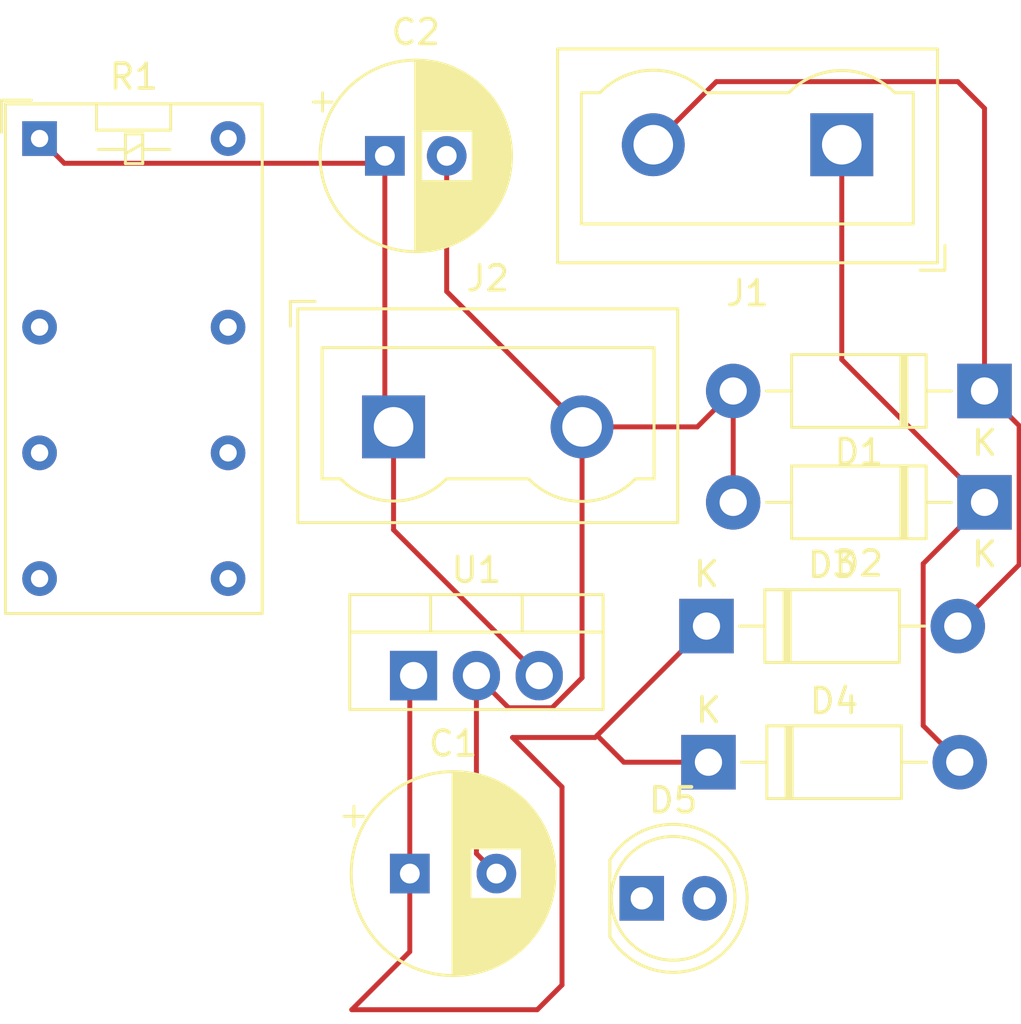
<source format=kicad_pcb>
(kicad_pcb (version 20240108) (generator "pcbnew") (generator_version "8.0")
  (layers (0 "F.Cu" signal) (31 "B.Cu" signal) (34 "B.Paste" user) (35 "F.Paste" user) (36 "B.SilkS" user "B.Silkscreen") (37 "F.SilkS" user "F.Silkscreen") (38 "B.Mask" user) (39 "F.Mask" user) (44 "Edge.Cuts" user))
  (net 0 "")
  (net 1 "Net-(D3-K)")
  (net 2 "Net-(D1-A)")
  (net 3 "Net-(J2-Pin_1)")
  (net 4 "Net-(D1-K)")
  (net 5 "Net-(D2-K)")
  (net 6 "Net-(D5-A)")
  (footprint "Capacitor_THT:CP_Radial_D7.5mm_P2.50mm" (layer "F.Cu") (at 122.838606 68.5)
    (property "Reference" "C2" (at 1.25 -5 0) (layer "F.SilkS"))
    (property "Value" "100 uf")
    (fp_line (start -2.892211 -2.175) (end -2.142211 -2.175) (stroke (width 0.12)) (layer "F.SilkS"))
    (fp_line (start -2.517211 -2.55) (end -2.517211 -1.8) (stroke (width 0.12)) (layer "F.SilkS"))
    (fp_line (start 1.25 -3.83) (end 1.25 3.83) (stroke (width 0.12)) (layer "F.SilkS"))
    (fp_line (start 1.29 -3.83) (end 1.29 3.83) (stroke (width 0.12)) (layer "F.SilkS"))
    (fp_line (start 1.33 -3.83) (end 1.33 3.83) (stroke (width 0.12)) (layer "F.SilkS"))
    (fp_line (start 1.37 -3.829) (end 1.37 3.829) (stroke (width 0.12)) (layer "F.SilkS"))
    (fp_line (start 1.41 -3.827) (end 1.41 3.827) (stroke (width 0.12)) (layer "F.SilkS"))
    (fp_line (start 1.45 -3.825) (end 1.45 3.825) (stroke (width 0.12)) (layer "F.SilkS"))
    (fp_line (start 1.49 -3.823) (end 1.49 -1.04) (stroke (width 0.12)) (layer "F.SilkS"))
    (fp_line (start 1.49 1.04) (end 1.49 3.823) (stroke (width 0.12)) (layer "F.SilkS"))
    (fp_line (start 1.53 -3.82) (end 1.53 -1.04) (stroke (width 0.12)) (layer "F.SilkS"))
    (fp_line (start 1.53 1.04) (end 1.53 3.82) (stroke (width 0.12)) (layer "F.SilkS"))
    (fp_line (start 1.57 -3.817) (end 1.57 -1.04) (stroke (width 0.12)) (layer "F.SilkS"))
    (fp_line (start 1.57 1.04) (end 1.57 3.817) (stroke (width 0.12)) (layer "F.SilkS"))
    (fp_line (start 1.61 -3.814) (end 1.61 -1.04) (stroke (width 0.12)) (layer "F.SilkS"))
    (fp_line (start 1.61 1.04) (end 1.61 3.814) (stroke (width 0.12)) (layer "F.SilkS"))
    (fp_line (start 1.65 -3.81) (end 1.65 -1.04) (stroke (width 0.12)) (layer "F.SilkS"))
    (fp_line (start 1.65 1.04) (end 1.65 3.81) (stroke (width 0.12)) (layer "F.SilkS"))
    (fp_line (start 1.69 -3.805) (end 1.69 -1.04) (stroke (width 0.12)) (layer "F.SilkS"))
    (fp_line (start 1.69 1.04) (end 1.69 3.805) (stroke (width 0.12)) (layer "F.SilkS"))
    (fp_line (start 1.73 -3.801) (end 1.73 -1.04) (stroke (width 0.12)) (layer "F.SilkS"))
    (fp_line (start 1.73 1.04) (end 1.73 3.801) (stroke (width 0.12)) (layer "F.SilkS"))
    (fp_line (start 1.77 -3.795) (end 1.77 -1.04) (stroke (width 0.12)) (layer "F.SilkS"))
    (fp_line (start 1.77 1.04) (end 1.77 3.795) (stroke (width 0.12)) (layer "F.SilkS"))
    (fp_line (start 1.81 -3.79) (end 1.81 -1.04) (stroke (width 0.12)) (layer "F.SilkS"))
    (fp_line (start 1.81 1.04) (end 1.81 3.79) (stroke (width 0.12)) (layer "F.SilkS"))
    (fp_line (start 1.85 -3.784) (end 1.85 -1.04) (stroke (width 0.12)) (layer "F.SilkS"))
    (fp_line (start 1.85 1.04) (end 1.85 3.784) (stroke (width 0.12)) (layer "F.SilkS"))
    (fp_line (start 1.89 -3.777) (end 1.89 -1.04) (stroke (width 0.12)) (layer "F.SilkS"))
    (fp_line (start 1.89 1.04) (end 1.89 3.777) (stroke (width 0.12)) (layer "F.SilkS"))
    (fp_line (start 1.93 -3.77) (end 1.93 -1.04) (stroke (width 0.12)) (layer "F.SilkS"))
    (fp_line (start 1.93 1.04) (end 1.93 3.77) (stroke (width 0.12)) (layer "F.SilkS"))
    (fp_line (start 1.971 -3.763) (end 1.971 -1.04) (stroke (width 0.12)) (layer "F.SilkS"))
    (fp_line (start 1.971 1.04) (end 1.971 3.763) (stroke (width 0.12)) (layer "F.SilkS"))
    (fp_line (start 2.011 -3.755) (end 2.011 -1.04) (stroke (width 0.12)) (layer "F.SilkS"))
    (fp_line (start 2.011 1.04) (end 2.011 3.755) (stroke (width 0.12)) (layer "F.SilkS"))
    (fp_line (start 2.051 -3.747) (end 2.051 -1.04) (stroke (width 0.12)) (layer "F.SilkS"))
    (fp_line (start 2.051 1.04) (end 2.051 3.747) (stroke (width 0.12)) (layer "F.SilkS"))
    (fp_line (start 2.091 -3.738) (end 2.091 -1.04) (stroke (width 0.12)) (layer "F.SilkS"))
    (fp_line (start 2.091 1.04) (end 2.091 3.738) (stroke (width 0.12)) (layer "F.SilkS"))
    (fp_line (start 2.131 -3.729) (end 2.131 -1.04) (stroke (width 0.12)) (layer "F.SilkS"))
    (fp_line (start 2.131 1.04) (end 2.131 3.729) (stroke (width 0.12)) (layer "F.SilkS"))
    (fp_line (start 2.171 -3.72) (end 2.171 -1.04) (stroke (width 0.12)) (layer "F.SilkS"))
    (fp_line (start 2.171 1.04) (end 2.171 3.72) (stroke (width 0.12)) (layer "F.SilkS"))
    (fp_line (start 2.211 -3.71) (end 2.211 -1.04) (stroke (width 0.12)) (layer "F.SilkS"))
    (fp_line (start 2.211 1.04) (end 2.211 3.71) (stroke (width 0.12)) (layer "F.SilkS"))
    (fp_line (start 2.251 -3.699) (end 2.251 -1.04) (stroke (width 0.12)) (layer "F.SilkS"))
    (fp_line (start 2.251 1.04) (end 2.251 3.699) (stroke (width 0.12)) (layer "F.SilkS"))
    (fp_line (start 2.291 -3.688) (end 2.291 -1.04) (stroke (width 0.12)) (layer "F.SilkS"))
    (fp_line (start 2.291 1.04) (end 2.291 3.688) (stroke (width 0.12)) (layer "F.SilkS"))
    (fp_line (start 2.331 -3.677) (end 2.331 -1.04) (stroke (width 0.12)) (layer "F.SilkS"))
    (fp_line (start 2.331 1.04) (end 2.331 3.677) (stroke (width 0.12)) (layer "F.SilkS"))
    (fp_line (start 2.371 -3.665) (end 2.371 -1.04) (stroke (width 0.12)) (layer "F.SilkS"))
    (fp_line (start 2.371 1.04) (end 2.371 3.665) (stroke (width 0.12)) (layer "F.SilkS"))
    (fp_line (start 2.411 -3.653) (end 2.411 -1.04) (stroke (width 0.12)) (layer "F.SilkS"))
    (fp_line (start 2.411 1.04) (end 2.411 3.653) (stroke (width 0.12)) (layer "F.SilkS"))
    (fp_line (start 2.451 -3.64) (end 2.451 -1.04) (stroke (width 0.12)) (layer "F.SilkS"))
    (fp_line (start 2.451 1.04) (end 2.451 3.64) (stroke (width 0.12)) (layer "F.SilkS"))
    (fp_line (start 2.491 -3.626) (end 2.491 -1.04) (stroke (width 0.12)) (layer "F.SilkS"))
    (fp_line (start 2.491 1.04) (end 2.491 3.626) (stroke (width 0.12)) (layer "F.SilkS"))
    (fp_line (start 2.531 -3.613) (end 2.531 -1.04) (stroke (width 0.12)) (layer "F.SilkS"))
    (fp_line (start 2.531 1.04) (end 2.531 3.613) (stroke (width 0.12)) (layer "F.SilkS"))
    (fp_line (start 2.571 -3.598) (end 2.571 -1.04) (stroke (width 0.12)) (layer "F.SilkS"))
    (fp_line (start 2.571 1.04) (end 2.571 3.598) (stroke (width 0.12)) (layer "F.SilkS"))
    (fp_line (start 2.611 -3.584) (end 2.611 -1.04) (stroke (width 0.12)) (layer "F.SilkS"))
    (fp_line (start 2.611 1.04) (end 2.611 3.584) (stroke (width 0.12)) (layer "F.SilkS"))
    (fp_line (start 2.651 -3.568) (end 2.651 -1.04) (stroke (width 0.12)) (layer "F.SilkS"))
    (fp_line (start 2.651 1.04) (end 2.651 3.568) (stroke (width 0.12)) (layer "F.SilkS"))
    (fp_line (start 2.691 -3.553) (end 2.691 -1.04) (stroke (width 0.12)) (layer "F.SilkS"))
    (fp_line (start 2.691 1.04) (end 2.691 3.553) (stroke (width 0.12)) (layer "F.SilkS"))
    (fp_line (start 2.731 -3.536) (end 2.731 -1.04) (stroke (width 0.12)) (layer "F.SilkS"))
    (fp_line (start 2.731 1.04) (end 2.731 3.536) (stroke (width 0.12)) (layer "F.SilkS"))
    (fp_line (start 2.771 -3.52) (end 2.771 -1.04) (stroke (width 0.12)) (layer "F.SilkS"))
    (fp_line (start 2.771 1.04) (end 2.771 3.52) (stroke (width 0.12)) (layer "F.SilkS"))
    (fp_line (start 2.811 -3.502) (end 2.811 -1.04) (stroke (width 0.12)) (layer "F.SilkS"))
    (fp_line (start 2.811 1.04) (end 2.811 3.502) (stroke (width 0.12)) (layer "F.SilkS"))
    (fp_line (start 2.851 -3.484) (end 2.851 -1.04) (stroke (width 0.12)) (layer "F.SilkS"))
    (fp_line (start 2.851 1.04) (end 2.851 3.484) (stroke (width 0.12)) (layer "F.SilkS"))
    (fp_line (start 2.891 -3.466) (end 2.891 -1.04) (stroke (width 0.12)) (layer "F.SilkS"))
    (fp_line (start 2.891 1.04) (end 2.891 3.466) (stroke (width 0.12)) (layer "F.SilkS"))
    (fp_line (start 2.931 -3.447) (end 2.931 -1.04) (stroke (width 0.12)) (layer "F.SilkS"))
    (fp_line (start 2.931 1.04) (end 2.931 3.447) (stroke (width 0.12)) (layer "F.SilkS"))
    (fp_line (start 2.971 -3.427) (end 2.971 -1.04) (stroke (width 0.12)) (layer "F.SilkS"))
    (fp_line (start 2.971 1.04) (end 2.971 3.427) (stroke (width 0.12)) (layer "F.SilkS"))
    (fp_line (start 3.011 -3.407) (end 3.011 -1.04) (stroke (width 0.12)) (layer "F.SilkS"))
    (fp_line (start 3.011 1.04) (end 3.011 3.407) (stroke (width 0.12)) (layer "F.SilkS"))
    (fp_line (start 3.051 -3.386) (end 3.051 -1.04) (stroke (width 0.12)) (layer "F.SilkS"))
    (fp_line (start 3.051 1.04) (end 3.051 3.386) (stroke (width 0.12)) (layer "F.SilkS"))
    (fp_line (start 3.091 -3.365) (end 3.091 -1.04) (stroke (width 0.12)) (layer "F.SilkS"))
    (fp_line (start 3.091 1.04) (end 3.091 3.365) (stroke (width 0.12)) (layer "F.SilkS"))
    (fp_line (start 3.131 -3.343) (end 3.131 -1.04) (stroke (width 0.12)) (layer "F.SilkS"))
    (fp_line (start 3.131 1.04) (end 3.131 3.343) (stroke (width 0.12)) (layer "F.SilkS"))
    (fp_line (start 3.171 -3.321) (end 3.171 -1.04) (stroke (width 0.12)) (layer "F.SilkS"))
    (fp_line (start 3.171 1.04) (end 3.171 3.321) (stroke (width 0.12)) (layer "F.SilkS"))
    (fp_line (start 3.211 -3.297) (end 3.211 -1.04) (stroke (width 0.12)) (layer "F.SilkS"))
    (fp_line (start 3.211 1.04) (end 3.211 3.297) (stroke (width 0.12)) (layer "F.SilkS"))
    (fp_line (start 3.251 -3.274) (end 3.251 -1.04) (stroke (width 0.12)) (layer "F.SilkS"))
    (fp_line (start 3.251 1.04) (end 3.251 3.274) (stroke (width 0.12)) (layer "F.SilkS"))
    (fp_line (start 3.291 -3.249) (end 3.291 -1.04) (stroke (width 0.12)) (layer "F.SilkS"))
    (fp_line (start 3.291 1.04) (end 3.291 3.249) (stroke (width 0.12)) (layer "F.SilkS"))
    (fp_line (start 3.331 -3.224) (end 3.331 -1.04) (stroke (width 0.12)) (layer "F.SilkS"))
    (fp_line (start 3.331 1.04) (end 3.331 3.224) (stroke (width 0.12)) (layer "F.SilkS"))
    (fp_line (start 3.371 -3.198) (end 3.371 -1.04) (stroke (width 0.12)) (layer "F.SilkS"))
    (fp_line (start 3.371 1.04) (end 3.371 3.198) (stroke (width 0.12)) (layer "F.SilkS"))
    (fp_line (start 3.411 -3.172) (end 3.411 -1.04) (stroke (width 0.12)) (layer "F.SilkS"))
    (fp_line (start 3.411 1.04) (end 3.411 3.172) (stroke (width 0.12)) (layer "F.SilkS"))
    (fp_line (start 3.451 -3.144) (end 3.451 -1.04) (stroke (width 0.12)) (layer "F.SilkS"))
    (fp_line (start 3.451 1.04) (end 3.451 3.144) (stroke (width 0.12)) (layer "F.SilkS"))
    (fp_line (start 3.491 -3.116) (end 3.491 -1.04) (stroke (width 0.12)) (layer "F.SilkS"))
    (fp_line (start 3.491 1.04) (end 3.491 3.116) (stroke (width 0.12)) (layer "F.SilkS"))
    (fp_line (start 3.531 -3.088) (end 3.531 -1.04) (stroke (width 0.12)) (layer "F.SilkS"))
    (fp_line (start 3.531 1.04) (end 3.531 3.088) (stroke (width 0.12)) (layer "F.SilkS"))
    (fp_line (start 3.571 -3.058) (end 3.571 3.058) (stroke (width 0.12)) (layer "F.SilkS"))
    (fp_line (start 3.611 -3.028) (end 3.611 3.028) (stroke (width 0.12)) (layer "F.SilkS"))
    (fp_line (start 3.651 -2.996) (end 3.651 2.996) (stroke (width 0.12)) (layer "F.SilkS"))
    (fp_line (start 3.691 -2.964) (end 3.691 2.964) (stroke (width 0.12)) (layer "F.SilkS"))
    (fp_line (start 3.731 -2.931) (end 3.731 2.931) (stroke (width 0.12)) (layer "F.SilkS"))
    (fp_line (start 3.771 -2.898) (end 3.771 2.898) (stroke (width 0.12)) (layer "F.SilkS"))
    (fp_line (start 3.811 -2.863) (end 3.811 2.863) (stroke (width 0.12)) (layer "F.SilkS"))
    (fp_line (start 3.851 -2.827) (end 3.851 2.827) (stroke (width 0.12)) (layer "F.SilkS"))
    (fp_line (start 3.891 -2.79) (end 3.891 2.79) (stroke (width 0.12)) (layer "F.SilkS"))
    (fp_line (start 3.931 -2.752) (end 3.931 2.752) (stroke (width 0.12)) (layer "F.SilkS"))
    (fp_line (start 3.971 -2.713) (end 3.971 2.713) (stroke (width 0.12)) (layer "F.SilkS"))
    (fp_line (start 4.011 -2.673) (end 4.011 2.673) (stroke (width 0.12)) (layer "F.SilkS"))
    (fp_line (start 4.051 -2.632) (end 4.051 2.632) (stroke (width 0.12)) (layer "F.SilkS"))
    (fp_line (start 4.091 -2.589) (end 4.091 2.589) (stroke (width 0.12)) (layer "F.SilkS"))
    (fp_line (start 4.131 -2.546) (end 4.131 2.546) (stroke (width 0.12)) (layer "F.SilkS"))
    (fp_line (start 4.171 -2.5) (end 4.171 2.5) (stroke (width 0.12)) (layer "F.SilkS"))
    (fp_line (start 4.211 -2.454) (end 4.211 2.454) (stroke (width 0.12)) (layer "F.SilkS"))
    (fp_line (start 4.251 -2.405) (end 4.251 2.405) (stroke (width 0.12)) (layer "F.SilkS"))
    (fp_line (start 4.291 -2.355) (end 4.291 2.355) (stroke (width 0.12)) (layer "F.SilkS"))
    (fp_line (start 4.331 -2.304) (end 4.331 2.304) (stroke (width 0.12)) (layer "F.SilkS"))
    (fp_line (start 4.371 -2.25) (end 4.371 2.25) (stroke (width 0.12)) (layer "F.SilkS"))
    (fp_line (start 4.411 -2.195) (end 4.411 2.195) (stroke (width 0.12)) (layer "F.SilkS"))
    (fp_line (start 4.451 -2.137) (end 4.451 2.137) (stroke (width 0.12)) (layer "F.SilkS"))
    (fp_line (start 4.491 -2.077) (end 4.491 2.077) (stroke (width 0.12)) (layer "F.SilkS"))
    (fp_line (start 4.531 -2.014) (end 4.531 2.014) (stroke (width 0.12)) (layer "F.SilkS"))
    (fp_line (start 4.571 -1.949) (end 4.571 1.949) (stroke (width 0.12)) (layer "F.SilkS"))
    (fp_line (start 4.611 -1.881) (end 4.611 1.881) (stroke (width 0.12)) (layer "F.SilkS"))
    (fp_line (start 4.651 -1.809) (end 4.651 1.809) (stroke (width 0.12)) (layer "F.SilkS"))
    (fp_line (start 4.691 -1.733) (end 4.691 1.733) (stroke (width 0.12)) (layer "F.SilkS"))
    (fp_line (start 4.731 -1.654) (end 4.731 1.654) (stroke (width 0.12)) (layer "F.SilkS"))
    (fp_line (start 4.771 -1.569) (end 4.771 1.569) (stroke (width 0.12)) (layer "F.SilkS"))
    (fp_line (start 4.811 -1.478) (end 4.811 1.478) (stroke (width 0.12)) (layer "F.SilkS"))
    (fp_line (start 4.851 -1.381) (end 4.851 1.381) (stroke (width 0.12)) (layer "F.SilkS"))
    (fp_line (start 4.891 -1.275) (end 4.891 1.275) (stroke (width 0.12)) (layer "F.SilkS"))
    (fp_line (start 4.931 -1.158) (end 4.931 1.158) (stroke (width 0.12)) (layer "F.SilkS"))
    (fp_line (start 4.971 -1.028) (end 4.971 1.028) (stroke (width 0.12)) (layer "F.SilkS"))
    (fp_line (start 5.011 -0.877) (end 5.011 0.877) (stroke (width 0.12)) (layer "F.SilkS"))
    (fp_line (start 5.051 -0.693) (end 5.051 0.693) (stroke (width 0.12)) (layer "F.SilkS"))
    (fp_line (start 5.091 -0.441) (end 5.091 0.441) (stroke (width 0.12)) (layer "F.SilkS"))
    (fp_circle (center 1.25 0) (end 5.12 0) (stroke (width 0.12)) (fill none) (layer "F.SilkS"))
    (pad "1" thru_hole rect (at 0 0) (size 1.6 1.6) (drill 0.8) (layers "*.Cu" "*.Mask") (net 3 "Net-(J2-Pin_1)"))
    (pad "2" thru_hole circle (at 2.5 0) (size 1.6 1.6) (drill 0.8) (layers "*.Cu" "*.Mask") (net 2 "Net-(D1-A)"))
  )
  (footprint "Diode_THT:D_DO-41_SOD81_P10.16mm_Horizontal" (layer "F.Cu") (at 147.08 82.5 180)
    (property "Reference" "D2" (at 5.08 -2.47 360) (layer "F.SilkS"))
    (property "Value" "1N4007")
    (fp_line (start 8.82 0) (end 7.8 0) (stroke (width 0.12)) (layer "F.SilkS"))
    (fp_line (start 7.8 1.47) (end 7.8 -1.47) (stroke (width 0.12)) (layer "F.SilkS"))
    (fp_line (start 7.8 -1.47) (end 2.36 -1.47) (stroke (width 0.12)) (layer "F.SilkS"))
    (fp_line (start 3.38 -1.47) (end 3.38 1.47) (stroke (width 0.12)) (layer "F.SilkS"))
    (fp_line (start 3.26 -1.47) (end 3.26 1.47) (stroke (width 0.12)) (layer "F.SilkS"))
    (fp_line (start 3.14 -1.47) (end 3.14 1.47) (stroke (width 0.12)) (layer "F.SilkS"))
    (fp_line (start 2.36 1.47) (end 7.8 1.47) (stroke (width 0.12)) (layer "F.SilkS"))
    (fp_line (start 2.36 -1.47) (end 2.36 1.47) (stroke (width 0.12)) (layer "F.SilkS"))
    (fp_line (start 1.34 0) (end 2.36 0) (stroke (width 0.12)) (layer "F.SilkS"))
    (fp_text user "K" (at 0 -2.1 360) (layer "F.SilkS"))
    (pad "1" thru_hole rect (at 0 0 180) (size 2.2 2.2) (drill 1.1) (layers "*.Cu" "*.Mask") (net 5 "Net-(D2-K)"))
    (pad "2" thru_hole oval (at 10.16 0 180) (size 2.2 2.2) (drill 1.1) (layers "*.Cu" "*.Mask") (net 2 "Net-(D1-A)"))
  )
  (footprint "Diode_THT:D_DO-41_SOD81_P10.16mm_Horizontal" (layer "F.Cu") (at 135.92 93)
    (property "Reference" "D4" (at 5.08 -2.47 0) (layer "F.SilkS"))
    (property "Value" "1N4007")
    (fp_line (start 1.34 0) (end 2.36 0) (stroke (width 0.12)) (layer "F.SilkS"))
    (fp_line (start 2.36 -1.47) (end 2.36 1.47) (stroke (width 0.12)) (layer "F.SilkS"))
    (fp_line (start 2.36 1.47) (end 7.8 1.47) (stroke (width 0.12)) (layer "F.SilkS"))
    (fp_line (start 3.14 -1.47) (end 3.14 1.47) (stroke (width 0.12)) (layer "F.SilkS"))
    (fp_line (start 3.26 -1.47) (end 3.26 1.47) (stroke (width 0.12)) (layer "F.SilkS"))
    (fp_line (start 3.38 -1.47) (end 3.38 1.47) (stroke (width 0.12)) (layer "F.SilkS"))
    (fp_line (start 7.8 -1.47) (end 2.36 -1.47) (stroke (width 0.12)) (layer "F.SilkS"))
    (fp_line (start 7.8 1.47) (end 7.8 -1.47) (stroke (width 0.12)) (layer "F.SilkS"))
    (fp_line (start 8.82 0) (end 7.8 0) (stroke (width 0.12)) (layer "F.SilkS"))
    (fp_text user "K" (at 0 -2.1 0) (layer "F.SilkS"))
    (pad "1" thru_hole rect (at 0 0) (size 2.2 2.2) (drill 1.1) (layers "*.Cu" "*.Mask") (net 1 "Net-(D3-K)"))
    (pad "2" thru_hole oval (at 10.16 0) (size 2.2 2.2) (drill 1.1) (layers "*.Cu" "*.Mask") (net 5 "Net-(D2-K)"))
  )
  (footprint "Diode_THT:D_DO-41_SOD81_P10.16mm_Horizontal" (layer "F.Cu") (at 135.84 87.5)
    (property "Reference" "D3" (at 5.08 -2.47 0) (layer "F.SilkS"))
    (property "Value" "1N4007")
    (fp_line (start 1.34 0) (end 2.36 0) (stroke (width 0.12)) (layer "F.SilkS"))
    (fp_line (start 2.36 -1.47) (end 2.36 1.47) (stroke (width 0.12)) (layer "F.SilkS"))
    (fp_line (start 2.36 1.47) (end 7.8 1.47) (stroke (width 0.12)) (layer "F.SilkS"))
    (fp_line (start 3.14 -1.47) (end 3.14 1.47) (stroke (width 0.12)) (layer "F.SilkS"))
    (fp_line (start 3.26 -1.47) (end 3.26 1.47) (stroke (width 0.12)) (layer "F.SilkS"))
    (fp_line (start 3.38 -1.47) (end 3.38 1.47) (stroke (width 0.12)) (layer "F.SilkS"))
    (fp_line (start 7.8 -1.47) (end 2.36 -1.47) (stroke (width 0.12)) (layer "F.SilkS"))
    (fp_line (start 7.8 1.47) (end 7.8 -1.47) (stroke (width 0.12)) (layer "F.SilkS"))
    (fp_line (start 8.82 0) (end 7.8 0) (stroke (width 0.12)) (layer "F.SilkS"))
    (fp_text user "K" (at 0 -2.1 0) (layer "F.SilkS"))
    (pad "1" thru_hole rect (at 0 0) (size 2.2 2.2) (drill 1.1) (layers "*.Cu" "*.Mask") (net 1 "Net-(D3-K)"))
    (pad "2" thru_hole oval (at 10.16 0) (size 2.2 2.2) (drill 1.1) (layers "*.Cu" "*.Mask") (net 4 "Net-(D1-K)"))
  )
  (footprint "TerminalBlock:TerminalBlock_Wuerth_691311400102_P7.62mm" (layer "F.Cu") (at 141.31 68.05 180)
    (property "Reference" "J1" (at 3.81 -6 360) (layer "F.SilkS"))
    (property "Value" "Screw_Terminal_01x02")
    (fp_line (start 11.49 3.87) (end -3.87 3.87) (stroke (width 0.12)) (layer "F.SilkS"))
    (fp_line (start 11.49 -4.77) (end 11.49 3.87) (stroke (width 0.12)) (layer "F.SilkS"))
    (fp_line (start 10.53 2.1) (end 10.53 -3.2) (stroke (width 0.12)) (layer "F.SilkS"))
    (fp_line (start 10.53 -3.2) (end -2.89 -3.2) (stroke (width 0.12)) (layer "F.SilkS"))
    (fp_line (start 9.78 2.1) (end 10.53 2.1) (stroke (width 0.12)) (layer "F.SilkS"))
    (fp_line (start 2.14 2.1) (end 5.46 2.1) (stroke (width 0.12)) (layer "F.SilkS"))
    (fp_line (start -2.89 2.1) (end -2.14 2.1) (stroke (width 0.12)) (layer "F.SilkS"))
    (fp_line (start -2.89 -3.2) (end -2.89 2.1) (stroke (width 0.12)) (layer "F.SilkS"))
    (fp_line (start -3.86 -4.77) (end 11.49 -4.77) (stroke (width 0.12)) (layer "F.SilkS"))
    (fp_line (start -3.87 3.87) (end -3.87 -4.77) (stroke (width 0.12)) (layer "F.SilkS"))
    (fp_line (start -4.17 -5.07) (end -3.17 -5.07) (stroke (width 0.12)) (layer "F.SilkS"))
    (fp_line (start -4.17 -5.07) (end -4.17 -4.07) (stroke (width 0.12)) (layer "F.SilkS"))
    (fp_arc (start 9.779492 2.100522) (mid 7.619636 3.012573) (end 5.46 2.1) (stroke (width 0.12)) (layer "F.SilkS"))
    (fp_arc (start 2.140696 2.099291) (mid 0.000497 2.998266) (end -2.14 2.1) (stroke (width 0.12)) (layer "F.SilkS"))
    (pad "1" thru_hole rect (at 0 0 180) (size 2.54 2.54) (drill 1.6) (layers "*.Cu" "*.Mask") (net 5 "Net-(D2-K)"))
    (pad "2" thru_hole circle (at 7.62 0 180) (size 2.54 2.54) (drill 1.6) (layers "*.Cu" "*.Mask") (net 4 "Net-(D1-K)"))
  )
  (footprint "TerminalBlock:TerminalBlock_Wuerth_691311400102_P7.62mm" (layer "F.Cu") (at 123.19 79.45)
    (property "Reference" "J2" (at 3.81 -6 0) (layer "F.SilkS"))
    (property "Value" "Screw_Terminal_01x02")
    (fp_line (start -4.17 -5.07) (end -4.17 -4.07) (stroke (width 0.12)) (layer "F.SilkS"))
    (fp_line (start -4.17 -5.07) (end -3.17 -5.07) (stroke (width 0.12)) (layer "F.SilkS"))
    (fp_line (start -3.87 3.87) (end -3.87 -4.77) (stroke (width 0.12)) (layer "F.SilkS"))
    (fp_line (start -3.86 -4.77) (end 11.49 -4.77) (stroke (width 0.12)) (layer "F.SilkS"))
    (fp_line (start -2.89 -3.2) (end -2.89 2.1) (stroke (width 0.12)) (layer "F.SilkS"))
    (fp_line (start -2.89 2.1) (end -2.14 2.1) (stroke (width 0.12)) (layer "F.SilkS"))
    (fp_line (start 2.14 2.1) (end 5.46 2.1) (stroke (width 0.12)) (layer "F.SilkS"))
    (fp_line (start 9.78 2.1) (end 10.53 2.1) (stroke (width 0.12)) (layer "F.SilkS"))
    (fp_line (start 10.53 -3.2) (end -2.89 -3.2) (stroke (width 0.12)) (layer "F.SilkS"))
    (fp_line (start 10.53 2.1) (end 10.53 -3.2) (stroke (width 0.12)) (layer "F.SilkS"))
    (fp_line (start 11.49 -4.77) (end 11.49 3.87) (stroke (width 0.12)) (layer "F.SilkS"))
    (fp_line (start 11.49 3.87) (end -3.87 3.87) (stroke (width 0.12)) (layer "F.SilkS"))
    (fp_arc (start 2.140696 2.099291) (mid 0.000497 2.998266) (end -2.14 2.1) (stroke (width 0.12)) (layer "F.SilkS"))
    (fp_arc (start 9.779492 2.100522) (mid 7.619636 3.012573) (end 5.46 2.1) (stroke (width 0.12)) (layer "F.SilkS"))
    (pad "1" thru_hole rect (at 0 0) (size 2.54 2.54) (drill 1.6) (layers "*.Cu" "*.Mask") (net 3 "Net-(J2-Pin_1)"))
    (pad "2" thru_hole circle (at 7.62 0) (size 2.54 2.54) (drill 1.6) (layers "*.Cu" "*.Mask") (net 2 "Net-(D1-A)"))
  )
  (footprint "LED_THT:LED_D5.0mm" (layer "F.Cu") (at 133.225 98.5)
    (property "Reference" "D5" (at 1.27 -3.96 0) (layer "F.SilkS"))
    (property "Value" "LED")
    (fp_line (start -1.29 -1.545) (end -1.29 1.545) (stroke (width 0.12)) (layer "F.SilkS"))
    (fp_arc (start -1.29 -1.54483) (mid 2.072002 -2.880433) (end 4.26 0.000462) (stroke (width 0.12)) (layer "F.SilkS"))
    (fp_arc (start 4.26 -0.000462) (mid 2.072002 2.880433) (end -1.29 1.54483) (stroke (width 0.12)) (layer "F.SilkS"))
    (fp_circle (center 1.27 0) (end 3.77 0) (stroke (width 0.12)) (fill none) (layer "F.SilkS"))
    (pad "1" thru_hole rect (at 0 0) (size 1.8 1.8) (drill 0.9) (layers "*.Cu" "*.Mask") (net 2 "Net-(D1-A)"))
    (pad "2" thru_hole circle (at 2.54 0) (size 1.8 1.8) (drill 0.9) (layers "*.Cu" "*.Mask") (net 6 "Net-(D5-A)"))
  )
  (footprint "Package_TO_SOT_THT:TO-220-3_Vertical" (layer "F.Cu") (at 124 89.5)
    (property "Reference" "U1" (at 2.54 -4.27 0) (layer "F.SilkS"))
    (property "Value" "LM7805_TO220")
    (fp_line (start -2.58 -3.27) (end -2.58 1.371) (stroke (width 0.12)) (layer "F.SilkS"))
    (fp_line (start -2.58 -3.27) (end 7.66 -3.27) (stroke (width 0.12)) (layer "F.SilkS"))
    (fp_line (start -2.58 -1.76) (end 7.66 -1.76) (stroke (width 0.12)) (layer "F.SilkS"))
    (fp_line (start -2.58 1.371) (end 7.66 1.371) (stroke (width 0.12)) (layer "F.SilkS"))
    (fp_line (start 0.69 -3.27) (end 0.69 -1.76) (stroke (width 0.12)) (layer "F.SilkS"))
    (fp_line (start 4.391 -3.27) (end 4.391 -1.76) (stroke (width 0.12)) (layer "F.SilkS"))
    (fp_line (start 7.66 -3.27) (end 7.66 1.371) (stroke (width 0.12)) (layer "F.SilkS"))
    (pad "1" thru_hole rect (at 0 0) (size 1.905 2) (drill 1.1) (layers "*.Cu" "*.Mask") (net 1 "Net-(D3-K)"))
    (pad "2" thru_hole oval (at 2.54 0) (size 1.905 2) (drill 1.1) (layers "*.Cu" "*.Mask") (net 2 "Net-(D1-A)"))
    (pad "3" thru_hole oval (at 5.08 0) (size 1.905 2) (drill 1.1) (layers "*.Cu" "*.Mask") (net 3 "Net-(J2-Pin_1)"))
  )
  (footprint "Capacitor_THT:CP_Radial_D8.0mm_P3.50mm" (layer "F.Cu") (at 123.847349 97.5)
    (property "Reference" "C1" (at 1.75 -5.25 0) (layer "F.SilkS"))
    (property "Value" "470 uf 25v")
    (fp_line (start -2.659698 -2.315) (end -1.859698 -2.315) (stroke (width 0.12)) (layer "F.SilkS"))
    (fp_line (start -2.259698 -2.715) (end -2.259698 -1.915) (stroke (width 0.12)) (layer "F.SilkS"))
    (fp_line (start 1.75 -4.08) (end 1.75 4.08) (stroke (width 0.12)) (layer "F.SilkS"))
    (fp_line (start 1.79 -4.08) (end 1.79 4.08) (stroke (width 0.12)) (layer "F.SilkS"))
    (fp_line (start 1.83 -4.08) (end 1.83 4.08) (stroke (width 0.12)) (layer "F.SilkS"))
    (fp_line (start 1.87 -4.079) (end 1.87 4.079) (stroke (width 0.12)) (layer "F.SilkS"))
    (fp_line (start 1.91 -4.077) (end 1.91 4.077) (stroke (width 0.12)) (layer "F.SilkS"))
    (fp_line (start 1.95 -4.076) (end 1.95 4.076) (stroke (width 0.12)) (layer "F.SilkS"))
    (fp_line (start 1.99 -4.074) (end 1.99 4.074) (stroke (width 0.12)) (layer "F.SilkS"))
    (fp_line (start 2.03 -4.071) (end 2.03 4.071) (stroke (width 0.12)) (layer "F.SilkS"))
    (fp_line (start 2.07 -4.068) (end 2.07 4.068) (stroke (width 0.12)) (layer "F.SilkS"))
    (fp_line (start 2.11 -4.065) (end 2.11 4.065) (stroke (width 0.12)) (layer "F.SilkS"))
    (fp_line (start 2.15 -4.061) (end 2.15 4.061) (stroke (width 0.12)) (layer "F.SilkS"))
    (fp_line (start 2.19 -4.057) (end 2.19 4.057) (stroke (width 0.12)) (layer "F.SilkS"))
    (fp_line (start 2.23 -4.052) (end 2.23 4.052) (stroke (width 0.12)) (layer "F.SilkS"))
    (fp_line (start 2.27 -4.048) (end 2.27 4.048) (stroke (width 0.12)) (layer "F.SilkS"))
    (fp_line (start 2.31 -4.042) (end 2.31 4.042) (stroke (width 0.12)) (layer "F.SilkS"))
    (fp_line (start 2.35 -4.037) (end 2.35 4.037) (stroke (width 0.12)) (layer "F.SilkS"))
    (fp_line (start 2.39 -4.03) (end 2.39 4.03) (stroke (width 0.12)) (layer "F.SilkS"))
    (fp_line (start 2.43 -4.024) (end 2.43 4.024) (stroke (width 0.12)) (layer "F.SilkS"))
    (fp_line (start 2.471 -4.017) (end 2.471 -1.04) (stroke (width 0.12)) (layer "F.SilkS"))
    (fp_line (start 2.471 1.04) (end 2.471 4.017) (stroke (width 0.12)) (layer "F.SilkS"))
    (fp_line (start 2.511 -4.01) (end 2.511 -1.04) (stroke (width 0.12)) (layer "F.SilkS"))
    (fp_line (start 2.511 1.04) (end 2.511 4.01) (stroke (width 0.12)) (layer "F.SilkS"))
    (fp_line (start 2.551 -4.002) (end 2.551 -1.04) (stroke (width 0.12)) (layer "F.SilkS"))
    (fp_line (start 2.551 1.04) (end 2.551 4.002) (stroke (width 0.12)) (layer "F.SilkS"))
    (fp_line (start 2.591 -3.994) (end 2.591 -1.04) (stroke (width 0.12)) (layer "F.SilkS"))
    (fp_line (start 2.591 1.04) (end 2.591 3.994) (stroke (width 0.12)) (layer "F.SilkS"))
    (fp_line (start 2.631 -3.985) (end 2.631 -1.04) (stroke (width 0.12)) (layer "F.SilkS"))
    (fp_line (start 2.631 1.04) (end 2.631 3.985) (stroke (width 0.12)) (layer "F.SilkS"))
    (fp_line (start 2.671 -3.976) (end 2.671 -1.04) (stroke (width 0.12)) (layer "F.SilkS"))
    (fp_line (start 2.671 1.04) (end 2.671 3.976) (stroke (width 0.12)) (layer "F.SilkS"))
    (fp_line (start 2.711 -3.967) (end 2.711 -1.04) (stroke (width 0.12)) (layer "F.SilkS"))
    (fp_line (start 2.711 1.04) (end 2.711 3.967) (stroke (width 0.12)) (layer "F.SilkS"))
    (fp_line (start 2.751 -3.957) (end 2.751 -1.04) (stroke (width 0.12)) (layer "F.SilkS"))
    (fp_line (start 2.751 1.04) (end 2.751 3.957) (stroke (width 0.12)) (layer "F.SilkS"))
    (fp_line (start 2.791 -3.947) (end 2.791 -1.04) (stroke (width 0.12)) (layer "F.SilkS"))
    (fp_line (start 2.791 1.04) (end 2.791 3.947) (stroke (width 0.12)) (layer "F.SilkS"))
    (fp_line (start 2.831 -3.936) (end 2.831 -1.04) (stroke (width 0.12)) (layer "F.SilkS"))
    (fp_line (start 2.831 1.04) (end 2.831 3.936) (stroke (width 0.12)) (layer "F.SilkS"))
    (fp_line (start 2.871 -3.925) (end 2.871 -1.04) (stroke (width 0.12)) (layer "F.SilkS"))
    (fp_line (start 2.871 1.04) (end 2.871 3.925) (stroke (width 0.12)) (layer "F.SilkS"))
    (fp_line (start 2.911 -3.914) (end 2.911 -1.04) (stroke (width 0.12)) (layer "F.SilkS"))
    (fp_line (start 2.911 1.04) (end 2.911 3.914) (stroke (width 0.12)) (layer "F.SilkS"))
    (fp_line (start 2.951 -3.902) (end 2.951 -1.04) (stroke (width 0.12)) (layer "F.SilkS"))
    (fp_line (start 2.951 1.04) (end 2.951 3.902) (stroke (width 0.12)) (layer "F.SilkS"))
    (fp_line (start 2.991 -3.889) (end 2.991 -1.04) (stroke (width 0.12)) (layer "F.SilkS"))
    (fp_line (start 2.991 1.04) (end 2.991 3.889) (stroke (width 0.12)) (layer "F.SilkS"))
    (fp_line (start 3.031 -3.877) (end 3.031 -1.04) (stroke (width 0.12)) (layer "F.SilkS"))
    (fp_line (start 3.031 1.04) (end 3.031 3.877) (stroke (width 0.12)) (layer "F.SilkS"))
    (fp_line (start 3.071 -3.863) (end 3.071 -1.04) (stroke (width 0.12)) (layer "F.SilkS"))
    (fp_line (start 3.071 1.04) (end 3.071 3.863) (stroke (width 0.12)) (layer "F.SilkS"))
    (fp_line (start 3.111 -3.85) (end 3.111 -1.04) (stroke (width 0.12)) (layer "F.SilkS"))
    (fp_line (start 3.111 1.04) (end 3.111 3.85) (stroke (width 0.12)) (layer "F.SilkS"))
    (fp_line (start 3.151 -3.835) (end 3.151 -1.04) (stroke (width 0.12)) (layer "F.SilkS"))
    (fp_line (start 3.151 1.04) (end 3.151 3.835) (stroke (width 0.12)) (layer "F.SilkS"))
    (fp_line (start 3.191 -3.821) (end 3.191 -1.04) (stroke (width 0.12)) (layer "F.SilkS"))
    (fp_line (start 3.191 1.04) (end 3.191 3.821) (stroke (width 0.12)) (layer "F.SilkS"))
    (fp_line (start 3.231 -3.805) (end 3.231 -1.04) (stroke (width 0.12)) (layer "F.SilkS"))
    (fp_line (start 3.231 1.04) (end 3.231 3.805) (stroke (width 0.12)) (layer "F.SilkS"))
    (fp_line (start 3.271 -3.79) (end 3.271 -1.04) (stroke (width 0.12)) (layer "F.SilkS"))
    (fp_line (start 3.271 1.04) (end 3.271 3.79) (stroke (width 0.12)) (layer "F.SilkS"))
    (fp_line (start 3.311 -3.774) (end 3.311 -1.04) (stroke (width 0.12)) (layer "F.SilkS"))
    (fp_line (start 3.311 1.04) (end 3.311 3.774) (stroke (width 0.12)) (layer "F.SilkS"))
    (fp_line (start 3.351 -3.757) (end 3.351 -1.04) (stroke (width 0.12)) (layer "F.SilkS"))
    (fp_line (start 3.351 1.04) (end 3.351 3.757) (stroke (width 0.12)) (layer "F.SilkS"))
    (fp_line (start 3.391 -3.74) (end 3.391 -1.04) (stroke (width 0.12)) (layer "F.SilkS"))
    (fp_line (start 3.391 1.04) (end 3.391 3.74) (stroke (width 0.12)) (layer "F.SilkS"))
    (fp_line (start 3.431 -3.722) (end 3.431 -1.04) (stroke (width 0.12)) (layer "F.SilkS"))
    (fp_line (start 3.431 1.04) (end 3.431 3.722) (stroke (width 0.12)) (layer "F.SilkS"))
    (fp_line (start 3.471 -3.704) (end 3.471 -1.04) (stroke (width 0.12)) (layer "F.SilkS"))
    (fp_line (start 3.471 1.04) (end 3.471 3.704) (stroke (width 0.12)) (layer "F.SilkS"))
    (fp_line (start 3.511 -3.686) (end 3.511 -1.04) (stroke (width 0.12)) (layer "F.SilkS"))
    (fp_line (start 3.511 1.04) (end 3.511 3.686) (stroke (width 0.12)) (layer "F.SilkS"))
    (fp_line (start 3.551 -3.666) (end 3.551 -1.04) (stroke (width 0.12)) (layer "F.SilkS"))
    (fp_line (start 3.551 1.04) (end 3.551 3.666) (stroke (width 0.12)) (layer "F.SilkS"))
    (fp_line (start 3.591 -3.647) (end 3.591 -1.04) (stroke (width 0.12)) (layer "F.SilkS"))
    (fp_line (start 3.591 1.04) (end 3.591 3.647) (stroke (width 0.12)) (layer "F.SilkS"))
    (fp_line (start 3.631 -3.627) (end 3.631 -1.04) (stroke (width 0.12)) (layer "F.SilkS"))
    (fp_line (start 3.631 1.04) (end 3.631 3.627) (stroke (width 0.12)) (layer "F.SilkS"))
    (fp_line (start 3.671 -3.606) (end 3.671 -1.04) (stroke (width 0.12)) (layer "F.SilkS"))
    (fp_line (start 3.671 1.04) (end 3.671 3.606) (stroke (width 0.12)) (layer "F.SilkS"))
    (fp_line (start 3.711 -3.584) (end 3.711 -1.04) (stroke (width 0.12)) (layer "F.SilkS"))
    (fp_line (start 3.711 1.04) (end 3.711 3.584) (stroke (width 0.12)) (layer "F.SilkS"))
    (fp_line (start 3.751 -3.562) (end 3.751 -1.04) (stroke (width 0.12)) (layer "F.SilkS"))
    (fp_line (start 3.751 1.04) (end 3.751 3.562) (stroke (width 0.12)) (layer "F.SilkS"))
    (fp_line (start 3.791 -3.54) (end 3.791 -1.04) (stroke (width 0.12)) (layer "F.SilkS"))
    (fp_line (start 3.791 1.04) (end 3.791 3.54) (stroke (width 0.12)) (layer "F.SilkS"))
    (fp_line (start 3.831 -3.517) (end 3.831 -1.04) (stroke (width 0.12)) (layer "F.SilkS"))
    (fp_line (start 3.831 1.04) (end 3.831 3.517) (stroke (width 0.12)) (layer "F.SilkS"))
    (fp_line (start 3.871 -3.493) (end 3.871 -1.04) (stroke (width 0.12)) (layer "F.SilkS"))
    (fp_line (start 3.871 1.04) (end 3.871 3.493) (stroke (width 0.12)) (layer "F.SilkS"))
    (fp_line (start 3.911 -3.469) (end 3.911 -1.04) (stroke (width 0.12)) (layer "F.SilkS"))
    (fp_line (start 3.911 1.04) (end 3.911 3.469) (stroke (width 0.12)) (layer "F.SilkS"))
    (fp_line (start 3.951 -3.444) (end 3.951 -1.04) (stroke (width 0.12)) (layer "F.SilkS"))
    (fp_line (start 3.951 1.04) (end 3.951 3.444) (stroke (width 0.12)) (layer "F.SilkS"))
    (fp_line (start 3.991 -3.418) (end 3.991 -1.04) (stroke (width 0.12)) (layer "F.SilkS"))
    (fp_line (start 3.991 1.04) (end 3.991 3.418) (stroke (width 0.12)) (layer "F.SilkS"))
    (fp_line (start 4.031 -3.392) (end 4.031 -1.04) (stroke (width 0.12)) (layer "F.SilkS"))
    (fp_line (start 4.031 1.04) (end 4.031 3.392) (stroke (width 0.12)) (layer "F.SilkS"))
    (fp_line (start 4.071 -3.365) (end 4.071 -1.04) (stroke (width 0.12)) (layer "F.SilkS"))
    (fp_line (start 4.071 1.04) (end 4.071 3.365) (stroke (width 0.12)) (layer "F.SilkS"))
    (fp_line (start 4.111 -3.338) (end 4.111 -1.04) (stroke (width 0.12)) (layer "F.SilkS"))
    (fp_line (start 4.111 1.04) (end 4.111 3.338) (stroke (width 0.12)) (layer "F.SilkS"))
    (fp_line (start 4.151 -3.309) (end 4.151 -1.04) (stroke (width 0.12)) (layer "F.SilkS"))
    (fp_line (start 4.151 1.04) (end 4.151 3.309) (stroke (width 0.12)) (layer "F.SilkS"))
    (fp_line (start 4.191 -3.28) (end 4.191 -1.04) (stroke (width 0.12)) (layer "F.SilkS"))
    (fp_line (start 4.191 1.04) (end 4.191 3.28) (stroke (width 0.12)) (layer "F.SilkS"))
    (fp_line (start 4.231 -3.25) (end 4.231 -1.04) (stroke (width 0.12)) (layer "F.SilkS"))
    (fp_line (start 4.231 1.04) (end 4.231 3.25) (stroke (width 0.12)) (layer "F.SilkS"))
    (fp_line (start 4.271 -3.22) (end 4.271 -1.04) (stroke (width 0.12)) (layer "F.SilkS"))
    (fp_line (start 4.271 1.04) (end 4.271 3.22) (stroke (width 0.12)) (layer "F.SilkS"))
    (fp_line (start 4.311 -3.189) (end 4.311 -1.04) (stroke (width 0.12)) (layer "F.SilkS"))
    (fp_line (start 4.311 1.04) (end 4.311 3.189) (stroke (width 0.12)) (layer "F.SilkS"))
    (fp_line (start 4.351 -3.156) (end 4.351 -1.04) (stroke (width 0.12)) (layer "F.SilkS"))
    (fp_line (start 4.351 1.04) (end 4.351 3.156) (stroke (width 0.12)) (layer "F.SilkS"))
    (fp_line (start 4.391 -3.124) (end 4.391 -1.04) (stroke (width 0.12)) (layer "F.SilkS"))
    (fp_line (start 4.391 1.04) (end 4.391 3.124) (stroke (width 0.12)) (layer "F.SilkS"))
    (fp_line (start 4.431 -3.09) (end 4.431 -1.04) (stroke (width 0.12)) (layer "F.SilkS"))
    (fp_line (start 4.431 1.04) (end 4.431 3.09) (stroke (width 0.12)) (layer "F.SilkS"))
    (fp_line (start 4.471 -3.055) (end 4.471 -1.04) (stroke (width 0.12)) (layer "F.SilkS"))
    (fp_line (start 4.471 1.04) (end 4.471 3.055) (stroke (width 0.12)) (layer "F.SilkS"))
    (fp_line (start 4.511 -3.019) (end 4.511 -1.04) (stroke (width 0.12)) (layer "F.SilkS"))
    (fp_line (start 4.511 1.04) (end 4.511 3.019) (stroke (width 0.12)) (layer "F.SilkS"))
    (fp_line (start 4.551 -2.983) (end 4.551 2.983) (stroke (width 0.12)) (layer "F.SilkS"))
    (fp_line (start 4.591 -2.945) (end 4.591 2.945) (stroke (width 0.12)) (layer "F.SilkS"))
    (fp_line (start 4.631 -2.907) (end 4.631 2.907) (stroke (width 0.12)) (layer "F.SilkS"))
    (fp_line (start 4.671 -2.867) (end 4.671 2.867) (stroke (width 0.12)) (layer "F.SilkS"))
    (fp_line (start 4.711 -2.826) (end 4.711 2.826) (stroke (width 0.12)) (layer "F.SilkS"))
    (fp_line (start 4.751 -2.784) (end 4.751 2.784) (stroke (width 0.12)) (layer "F.SilkS"))
    (fp_line (start 4.791 -2.741) (end 4.791 2.741) (stroke (width 0.12)) (layer "F.SilkS"))
    (fp_line (start 4.831 -2.697) (end 4.831 2.697) (stroke (width 0.12)) (layer "F.SilkS"))
    (fp_line (start 4.871 -2.651) (end 4.871 2.651) (stroke (width 0.12)) (layer "F.SilkS"))
    (fp_line (start 4.911 -2.604) (end 4.911 2.604) (stroke (width 0.12)) (layer "F.SilkS"))
    (fp_line (start 4.951 -2.556) (end 4.951 2.556) (stroke (width 0.12)) (layer "F.SilkS"))
    (fp_line (start 4.991 -2.505) (end 4.991 2.505) (stroke (width 0.12)) (layer "F.SilkS"))
    (fp_line (start 5.031 -2.454) (end 5.031 2.454) (stroke (width 0.12)) (layer "F.SilkS"))
    (fp_line (start 5.071 -2.4) (end 5.071 2.4) (stroke (width 0.12)) (layer "F.SilkS"))
    (fp_line (start 5.111 -2.345) (end 5.111 2.345) (stroke (width 0.12)) (layer "F.SilkS"))
    (fp_line (start 5.151 -2.287) (end 5.151 2.287) (stroke (width 0.12)) (layer "F.SilkS"))
    (fp_line (start 5.191 -2.228) (end 5.191 2.228) (stroke (width 0.12)) (layer "F.SilkS"))
    (fp_line (start 5.231 -2.166) (end 5.231 2.166) (stroke (width 0.12)) (layer "F.SilkS"))
    (fp_line (start 5.271 -2.102) (end 5.271 2.102) (stroke (width 0.12)) (layer "F.SilkS"))
    (fp_line (start 5.311 -2.034) (end 5.311 2.034) (stroke (width 0.12)) (layer "F.SilkS"))
    (fp_line (start 5.351 -1.964) (end 5.351 1.964) (stroke (width 0.12)) (layer "F.SilkS"))
    (fp_line (start 5.391 -1.89) (end 5.391 1.89) (stroke (width 0.12)) (layer "F.SilkS"))
    (fp_line (start 5.431 -1.813) (end 5.431 1.813) (stroke (width 0.12)) (layer "F.SilkS"))
    (fp_line (start 5.471 -1.731) (end 5.471 1.731) (stroke (width 0.12)) (layer "F.SilkS"))
    (fp_line (start 5.511 -1.645) (end 5.511 1.645) (stroke (width 0.12)) (layer "F.SilkS"))
    (fp_line (start 5.551 -1.552) (end 5.551 1.552) (stroke (width 0.12)) (layer "F.SilkS"))
    (fp_line (start 5.591 -1.453) (end 5.591 1.453) (stroke (width 0.12)) (layer "F.SilkS"))
    (fp_line (start 5.631 -1.346) (end 5.631 1.346) (stroke (width 0.12)) (layer "F.SilkS"))
    (fp_line (start 5.671 -1.229) (end 5.671 1.229) (stroke (width 0.12)) (layer "F.SilkS"))
    (fp_line (start 5.711 -1.098) (end 5.711 1.098) (stroke (width 0.12)) (layer "F.SilkS"))
    (fp_line (start 5.751 -0.948) (end 5.751 0.948) (stroke (width 0.12)) (layer "F.SilkS"))
    (fp_line (start 5.791 -0.768) (end 5.791 0.768) (stroke (width 0.12)) (layer "F.SilkS"))
    (fp_line (start 5.831 -0.533) (end 5.831 0.533) (stroke (width 0.12)) (layer "F.SilkS"))
    (fp_circle (center 1.75 0) (end 5.87 0) (stroke (width 0.12)) (fill none) (layer "F.SilkS"))
    (pad "1" thru_hole rect (at 0 0) (size 1.6 1.6) (drill 0.8) (layers "*.Cu" "*.Mask") (net 1 "Net-(D3-K)"))
    (pad "2" thru_hole circle (at 3.5 0) (size 1.6 1.6) (drill 0.8) (layers "*.Cu" "*.Mask") (net 2 "Net-(D1-A)"))
  )
  (footprint "Relay_THT:Relay_DPDT_Omron_G5V-2" (layer "F.Cu") (at 108.88 67.8)
    (property "Reference" "R1" (at 3.81 -2.5 0) (layer "F.SilkS"))
    (property "Value" "1k")
    (fp_line (start -1.54 -1.55) (end -0.33 -1.55) (stroke (width 0.12)) (layer "F.SilkS"))
    (fp_line (start -1.54 -0.25) (end -1.54 -1.55) (stroke (width 0.12)) (layer "F.SilkS"))
    (fp_line (start -1.38 -1.4) (end -1.38 19.19) (stroke (width 0.12)) (layer "F.SilkS"))
    (fp_line (start -1.38 19.19) (end 9 19.19) (stroke (width 0.12)) (layer "F.SilkS"))
    (fp_line (start 2.3 -1.4) (end 2.3 -0.36) (stroke (width 0.12)) (layer "F.SilkS"))
    (fp_line (start 2.3 -0.34) (end 5.3 -0.34) (stroke (width 0.12)) (layer "F.SilkS"))
    (fp_line (start 3.47 -0.19) (end 3.47 1.01) (stroke (width 0.12)) (layer "F.SilkS"))
    (fp_line (start 3.47 0.44) (end 2.37 0.44) (stroke (width 0.12)) (layer "F.SilkS"))
    (fp_line (start 3.47 0.61) (end 4.17 0.21) (stroke (width 0.12)) (layer "F.SilkS"))
    (fp_line (start 3.47 1.01) (end 4.17 1.01) (stroke (width 0.12)) (layer "F.SilkS"))
    (fp_line (start 4.17 -0.19) (end 3.47 -0.19) (stroke (width 0.12)) (layer "F.SilkS"))
    (fp_line (start 4.17 0.44) (end 5.27 0.44) (stroke (width 0.12)) (layer "F.SilkS"))
    (fp_line (start 4.17 1.01) (end 4.17 -0.19) (stroke (width 0.12)) (layer "F.SilkS"))
    (fp_line (start 5.3 -0.34) (end 5.3 -1.4) (stroke (width 0.12)) (layer "F.SilkS"))
    (fp_line (start 9 -1.4) (end -1.38 -1.4) (stroke (width 0.12)) (layer "F.SilkS"))
    (fp_line (start 9 19.19) (end 9 -1.4) (stroke (width 0.12)) (layer "F.SilkS"))
    (pad "1" thru_hole rect (at 0 0) (size 1.4 1.4) (drill 0.7) (layers "*.Cu" "*.Mask") (net 3 "Net-(J2-Pin_1)"))
    (pad "4" thru_hole circle (at 0 7.62) (size 1.4 1.4) (drill 0.7) (layers "*.Cu" "*.Mask"))
    (pad "6" thru_hole circle (at 0 12.7) (size 1.4 1.4) (drill 0.7) (layers "*.Cu" "*.Mask"))
    (pad "8" thru_hole circle (at 0 17.78) (size 1.4 1.4) (drill 0.7) (layers "*.Cu" "*.Mask"))
    (pad "9" thru_hole circle (at 7.62 17.78) (size 1.4 1.4) (drill 0.7) (layers "*.Cu" "*.Mask"))
    (pad "11" thru_hole circle (at 7.62 12.7) (size 1.4 1.4) (drill 0.7) (layers "*.Cu" "*.Mask"))
    (pad "13" thru_hole circle (at 7.62 7.62) (size 1.4 1.4) (drill 0.7) (layers "*.Cu" "*.Mask"))
    (pad "16" thru_hole circle (at 7.62 0) (size 1.4 1.4) (drill 0.7) (layers "*.Cu" "*.Mask"))
  )
  (footprint "Diode_THT:D_DO-41_SOD81_P10.16mm_Horizontal" (layer "F.Cu") (at 147.08 78 180)
    (property "Reference" "D1" (at 5.08 -2.47 360) (layer "F.SilkS"))
    (property "Value" "1N4007")
    (fp_line (start 8.82 0) (end 7.8 0) (stroke (width 0.12)) (layer "F.SilkS"))
    (fp_line (start 7.8 1.47) (end 7.8 -1.47) (stroke (width 0.12)) (layer "F.SilkS"))
    (fp_line (start 7.8 -1.47) (end 2.36 -1.47) (stroke (width 0.12)) (layer "F.SilkS"))
    (fp_line (start 3.38 -1.47) (end 3.38 1.47) (stroke (width 0.12)) (layer "F.SilkS"))
    (fp_line (start 3.26 -1.47) (end 3.26 1.47) (stroke (width 0.12)) (layer "F.SilkS"))
    (fp_line (start 3.14 -1.47) (end 3.14 1.47) (stroke (width 0.12)) (layer "F.SilkS"))
    (fp_line (start 2.36 1.47) (end 7.8 1.47) (stroke (width 0.12)) (layer "F.SilkS"))
    (fp_line (start 2.36 -1.47) (end 2.36 1.47) (stroke (width 0.12)) (layer "F.SilkS"))
    (fp_line (start 1.34 0) (end 2.36 0) (stroke (width 0.12)) (layer "F.SilkS"))
    (fp_text user "K" (at 0 -2.1 360) (layer "F.SilkS"))
    (pad "1" thru_hole rect (at 0 0 180) (size 2.2 2.2) (drill 1.1) (layers "*.Cu" "*.Mask") (net 4 "Net-(D1-K)"))
    (pad "2" thru_hole oval (at 10.16 0 180) (size 2.2 2.2) (drill 1.1) (layers "*.Cu" "*.Mask") (net 2 "Net-(D1-A)"))
  )
  (segment (start 121.5 103) (end 123.847349 100.652651) (width 0.2) (layer "F.Cu") (net 1))
  (segment (start 135.84 87.5) (end 131.42 91.92) (width 0.2) (layer "F.Cu") (net 1))
  (segment (start 128 92) (end 130 94) (width 0.2) (layer "F.Cu") (net 1))
  (segment (start 135.92 93) (end 132.5 93) (width 0.2) (layer "F.Cu") (net 1))
  (segment (start 124 89.5) (end 124 90) (width 0.2) (layer "F.Cu") (net 1))
  (segment (start 132.5 93) (end 131.42 91.92) (width 0.2) (layer "F.Cu") (net 1))
  (segment (start 130 94) (end 130 102) (width 0.2) (layer "F.Cu") (net 1))
  (segment (start 129 103) (end 121.5 103) (width 0.2) (layer "F.Cu") (net 1))
  (segment (start 131.42 91.92) (end 131.34 92) (width 0.2) (layer "F.Cu") (net 1))
  (segment (start 124 90) (end 123.847349 90.152651) (width 0.2) (layer "F.Cu") (net 1))
  (segment (start 123.847349 100.652651) (end 123.847349 97.5) (width 0.2) (layer "F.Cu") (net 1))
  (segment (start 131.34 92) (end 128 92) (width 0.2) (layer "F.Cu") (net 1))
  (segment (start 130 102) (end 129 103) (width 0.2) (layer "F.Cu") (net 1))
  (segment (start 123.847349 90.152651) (end 123.847349 97.5) (width 0.2) (layer "F.Cu") (net 1))
  (segment (start 126.54 89.5) (end 126.54 96.692651) (width 0.2) (layer "F.Cu") (net 2))
  (segment (start 125.338606 68.5) (end 125.338606 73.978606) (width 0.2) (layer "F.Cu") (net 2))
  (segment (start 130.81 89.588802) (end 129.598802 90.8) (width 0.2) (layer "F.Cu") (net 2))
  (segment (start 127.84 90.8) (end 126.54 89.5) (width 0.2) (layer "F.Cu") (net 2))
  (segment (start 126.54 96.692651) (end 127.347349 97.5) (width 0.2) (layer "F.Cu") (net 2))
  (segment (start 125.338606 73.978606) (end 130.81 79.45) (width 0.2) (layer "F.Cu") (net 2))
  (segment (start 136.92 78) (end 136.92 82.5) (width 0.2) (layer "F.Cu") (net 2))
  (segment (start 130.81 79.45) (end 135.47 79.45) (width 0.2) (layer "F.Cu") (net 2))
  (segment (start 129.598802 90.8) (end 127.84 90.8) (width 0.2) (layer "F.Cu") (net 2))
  (segment (start 130.81 79.45) (end 130.81 89.588802) (width 0.2) (layer "F.Cu") (net 2))
  (segment (start 135.47 79.45) (end 136.92 78) (width 0.2) (layer "F.Cu") (net 2))
  (segment (start 109.88 68.8) (end 122.538606 68.8) (width 0.2) (layer "F.Cu") (net 3))
  (segment (start 123.19 79.45) (end 123.19 83.61) (width 0.2) (layer "F.Cu") (net 3))
  (segment (start 122.838606 68.5) (end 122.838606 79.098606) (width 0.2) (layer "F.Cu") (net 3))
  (segment (start 122.838606 79.098606) (end 123.19 79.45) (width 0.2) (layer "F.Cu") (net 3))
  (segment (start 122.538606 68.8) (end 122.838606 68.5) (width 0.2) (layer "F.Cu") (net 3))
  (segment (start 108.88 67.8) (end 109.88 68.8) (width 0.2) (layer "F.Cu") (net 3))
  (segment (start 123.19 83.61) (end 129.08 89.5) (width 0.2) (layer "F.Cu") (net 3))
  (segment (start 146 65.5) (end 147.08 66.58) (width 0.2) (layer "F.Cu") (net 4))
  (segment (start 136.24 65.5) (end 146 65.5) (width 0.2) (layer "F.Cu") (net 4))
  (segment (start 146 87.5) (end 148.48 85.02) (width 0.2) (layer "F.Cu") (net 4))
  (segment (start 148.48 79.4) (end 147.08 78) (width 0.2) (layer "F.Cu") (net 4))
  (segment (start 148.48 85.02) (end 148.48 79.4) (width 0.2) (layer "F.Cu") (net 4))
  (segment (start 133.69 68.05) (end 136.24 65.5) (width 0.2) (layer "F.Cu") (net 4))
  (segment (start 147.08 66.58) (end 147.08 78) (width 0.2) (layer "F.Cu") (net 4))
  (segment (start 146.08 93) (end 144.6 91.52) (width 0.2) (layer "F.Cu") (net 5))
  (segment (start 141.31 68.05) (end 141.31 76.73) (width 0.2) (layer "F.Cu") (net 5))
  (segment (start 144.6 91.52) (end 144.6 84.98) (width 0.2) (layer "F.Cu") (net 5))
  (segment (start 144.6 84.98) (end 147.08 82.5) (width 0.2) (layer "F.Cu") (net 5))
  (segment (start 141.31 76.73) (end 147.08 82.5) (width 0.2) (layer "F.Cu") (net 5))
)
</source>
